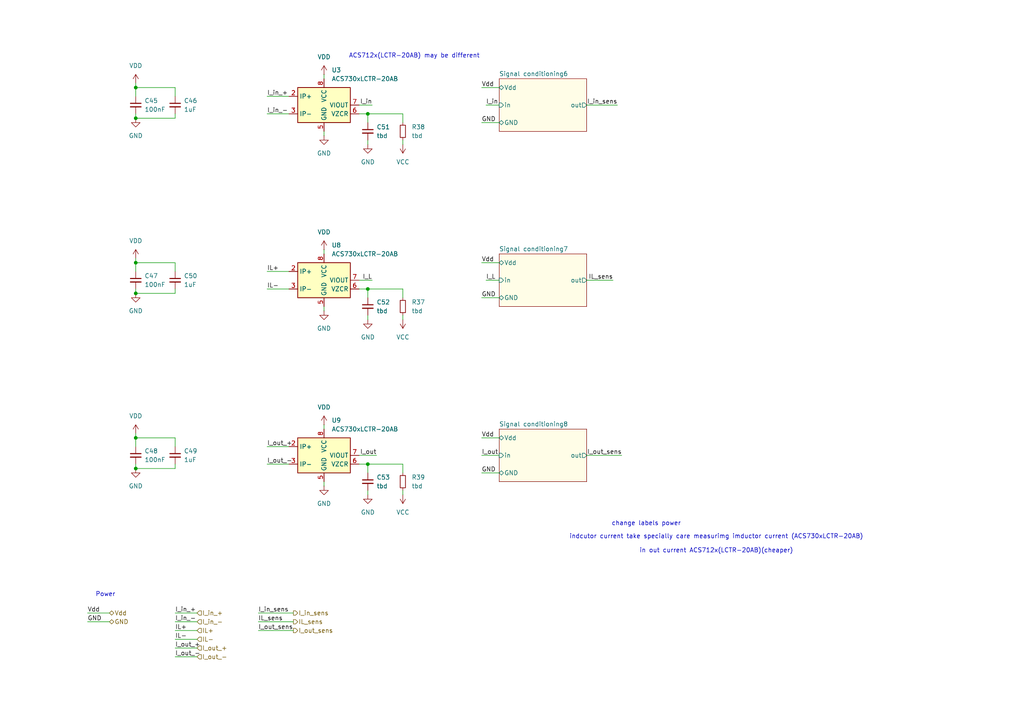
<source format=kicad_sch>
(kicad_sch (version 20231120) (generator "eeschema") (generator_version "8.0")
  (paper "A4")
  (lib_symbols
    (symbol "Device:C_Small" (pin_numbers hide) (pin_names (offset 0.254) hide)
      (property "Reference" "C" (at 0.254 1.778 0))
      (property "Value" "C_Small" (at 0.254 -2.032 0))
      (symbol "C_Small_0_1"
        (polyline (pts (xy -1.524 -0.508) (xy 1.524 -0.508)) (stroke (width 0.3302)))
        (polyline (pts (xy -1.524 0.508) (xy 1.524 0.508)) (stroke (width 0.3048)))
      )
      (symbol "C_Small_1_1"
        (pin passive line (at 0 2.54 270) (length 2.032) (name "~") (number "1"))
        (pin passive line (at 0 -2.54 90) (length 2.032) (name "~") (number "2"))
      )
    )
    (symbol "Device:R_Small" (pin_numbers hide) (pin_names (offset 0.254) hide)
      (property "Reference" "R" (at 0.762 0.508 0))
      (property "Value" "R_Small" (at 0.762 -1.016 0))
      (symbol "R_Small_0_1"
        (rectangle (start -0.762 1.778) (end 0.762 -1.778) (stroke (width 0.2032)))
      )
      (symbol "R_Small_1_1"
        (pin passive line (at 0 2.54 270) (length 0.762) (name "~") (number "1"))
        (pin passive line (at 0 -2.54 90) (length 0.762) (name "~") (number "2"))
      )
    )
    (symbol "Sensor_Current:ACS730xLCTR-20AB"
      (property "Reference" "U" (at -7.62 6.35 0))
      (property "Value" "ACS730xLCTR-20AB" (at 1.27 6.35 0))
      (symbol "ACS730xLCTR-20AB_0_1"
        (rectangle (start -7.62 5.08) (end 7.62 -5.08) (stroke (width 0.254)) (fill (type background)))
      )
      (symbol "ACS730xLCTR-20AB_1_1"
        (pin passive line (at -10.16 2.54 0) (length 2.54) hide (name "IP+") (number "1"))
        (pin passive line (at -10.16 2.54 0) (length 2.54) (name "IP+") (number "2"))
        (pin passive line (at -10.16 -2.54 0) (length 2.54) (name "IP-") (number "3"))
        (pin passive line (at -10.16 -2.54 0) (length 2.54) hide (name "IP-") (number "4"))
        (pin power_in line (at 0 -7.62 90) (length 2.54) (name "GND") (number "5"))
        (pin passive line (at 10.16 -2.54 180) (length 2.54) (name "VZCR") (number "6"))
        (pin output line (at 10.16 0 180) (length 2.54) (name "VIOUT") (number "7"))
        (pin power_in line (at 0 7.62 270) (length 2.54) (name "VCC") (number "8"))
      )
    )
    (symbol "power:GND" (power) (pin_numbers hide) (pin_names (offset 0) hide)
      (property "Value" "GND" (at 0 -3.81 0))
      (symbol "GND_0_1"
        (polyline (pts (xy 0 0) (xy 0 -1.27) (xy 1.27 -1.27) (xy 0 -2.54) (xy -1.27 -1.27) (xy 0 -1.27)))
      )
      (symbol "GND_1_1"
        (pin power_in line (at 0 0 270) (length 0) (name "~") (number "1"))
      )
    )
    (symbol "power:VCC" (power) (pin_numbers hide) (pin_names (offset 0) hide)
      (property "Value" "VCC" (at 0 3.556 0))
      (symbol "VCC_0_1"
        (polyline (pts (xy -0.762 1.27) (xy 0 2.54)))
        (polyline (pts (xy 0 0) (xy 0 2.54)))
        (polyline (pts (xy 0 2.54) (xy 0.762 1.27)))
      )
      (symbol "VCC_1_1"
        (pin power_in line (at 0 0 90) (length 0) (name "~") (number "1"))
      )
    )
    (symbol "power:VDD" (power) (pin_numbers hide) (pin_names (offset 0) hide)
      (property "Value" "VDD" (at 0 3.556 0))
      (symbol "VDD_0_1"
        (polyline (pts (xy -0.762 1.27) (xy 0 2.54)))
        (polyline (pts (xy 0 0) (xy 0 2.54)))
        (polyline (pts (xy 0 2.54) (xy 0.762 1.27)))
      )
      (symbol "VDD_1_1"
        (pin power_in line (at 0 0 90) (length 0) (name "~") (number "1"))
      )
    )
  )
  (junction (at 39.37 127))
  (junction (at 106.68 83.82))
  (junction (at 39.37 25.4))
  (junction (at 39.37 135.89))
  (junction (at 39.37 85.09))
  (junction (at 39.37 34.29))
  (junction (at 106.68 134.62))
  (junction (at 106.68 33.02))
  (junction (at 39.37 76.2))
  (wire (pts (xy 116.84 134.62) (xy 106.68 134.62)))
  (wire (pts (xy 116.84 83.82) (xy 106.68 83.82)))
  (wire (pts (xy 77.47 78.74) (xy 83.82 78.74)))
  (wire (pts (xy 77.47 33.02) (xy 83.82 33.02)))
  (wire (pts (xy 31.75 180.34) (xy 25.4 180.34)))
  (wire (pts (xy 39.37 25.4) (xy 50.8 25.4)))
  (wire (pts (xy 107.95 30.48) (xy 104.14 30.48)))
  (wire (pts (xy 116.84 142.24) (xy 116.84 143.51)))
  (wire (pts (xy 39.37 76.2) (xy 50.8 76.2)))
  (wire (pts (xy 77.47 134.62) (xy 83.82 134.62)))
  (wire (pts (xy 77.47 129.54) (xy 83.82 129.54)))
  (wire (pts (xy 144.78 127) (xy 139.7 127)))
  (wire (pts (xy 57.15 185.42) (xy 50.8 185.42)))
  (wire (pts (xy 57.15 177.8) (xy 50.8 177.8)))
  (wire (pts (xy 31.75 177.8) (xy 25.4 177.8)))
  (wire (pts (xy 107.95 81.28) (xy 104.14 81.28)))
  (wire (pts (xy 39.37 83.82) (xy 39.37 85.09)))
  (wire (pts (xy 39.37 125.73) (xy 39.37 127)))
  (wire (pts (xy 85.09 177.8) (xy 74.93 177.8)))
  (wire (pts (xy 50.8 135.89) (xy 50.8 134.62)))
  (wire (pts (xy 93.98 72.39) (xy 93.98 73.66)))
  (wire (pts (xy 116.84 91.44) (xy 116.84 92.71)))
  (wire (pts (xy 39.37 134.62) (xy 39.37 135.89)))
  (wire (pts (xy 50.8 127) (xy 50.8 129.54)))
  (wire (pts (xy 93.98 139.7) (xy 93.98 140.97)))
  (wire (pts (xy 39.37 74.93) (xy 39.37 76.2)))
  (wire (pts (xy 140.97 30.48) (xy 144.78 30.48)))
  (wire (pts (xy 74.93 180.34) (xy 85.09 180.34)))
  (wire (pts (xy 39.37 135.89) (xy 50.8 135.89)))
  (wire (pts (xy 93.98 38.1) (xy 93.98 39.37)))
  (wire (pts (xy 116.84 35.56) (xy 116.84 33.02)))
  (wire (pts (xy 50.8 187.96) (xy 57.15 187.96)))
  (wire (pts (xy 39.37 127) (xy 39.37 129.54)))
  (wire (pts (xy 116.84 137.16) (xy 116.84 134.62)))
  (wire (pts (xy 39.37 85.09) (xy 50.8 85.09)))
  (wire (pts (xy 93.98 21.59) (xy 93.98 22.86)))
  (wire (pts (xy 39.37 34.29) (xy 50.8 34.29)))
  (wire (pts (xy 50.8 76.2) (xy 50.8 78.74)))
  (wire (pts (xy 116.84 33.02) (xy 106.68 33.02)))
  (wire (pts (xy 50.8 25.4) (xy 50.8 27.94)))
  (wire (pts (xy 57.15 180.34) (xy 50.8 180.34)))
  (wire (pts (xy 144.78 76.2) (xy 139.7 76.2)))
  (wire (pts (xy 170.18 30.48) (xy 179.07 30.48)))
  (wire (pts (xy 39.37 33.02) (xy 39.37 34.29)))
  (wire (pts (xy 106.68 86.36) (xy 106.68 83.82)))
  (wire (pts (xy 170.18 81.28) (xy 177.8 81.28)))
  (wire (pts (xy 106.68 35.56) (xy 106.68 33.02)))
  (wire (pts (xy 39.37 24.13) (xy 39.37 25.4)))
  (wire (pts (xy 50.8 34.29) (xy 50.8 33.02)))
  (wire (pts (xy 144.78 86.36) (xy 139.7 86.36)))
  (wire (pts (xy 77.47 27.94) (xy 83.82 27.94)))
  (wire (pts (xy 39.37 27.94) (xy 39.37 25.4)))
  (wire (pts (xy 39.37 127) (xy 50.8 127)))
  (wire (pts (xy 106.68 91.44) (xy 106.68 92.71)))
  (wire (pts (xy 39.37 76.2) (xy 39.37 78.74)))
  (wire (pts (xy 77.47 83.82) (xy 83.82 83.82)))
  (wire (pts (xy 144.78 137.16) (xy 139.7 137.16)))
  (wire (pts (xy 106.68 142.24) (xy 106.68 143.51)))
  (wire (pts (xy 106.68 33.02) (xy 104.14 33.02)))
  (wire (pts (xy 50.8 85.09) (xy 50.8 83.82)))
  (wire (pts (xy 93.98 88.9) (xy 93.98 90.17)))
  (wire (pts (xy 106.68 40.64) (xy 106.68 41.91)))
  (wire (pts (xy 106.68 137.16) (xy 106.68 134.62)))
  (wire (pts (xy 140.97 81.28) (xy 144.78 81.28)))
  (wire (pts (xy 170.18 132.08) (xy 180.34 132.08)))
  (wire (pts (xy 116.84 40.64) (xy 116.84 41.91)))
  (wire (pts (xy 116.84 86.36) (xy 116.84 83.82)))
  (wire (pts (xy 93.98 123.19) (xy 93.98 124.46)))
  (wire (pts (xy 106.68 83.82) (xy 104.14 83.82)))
  (wire (pts (xy 57.15 182.88) (xy 50.8 182.88)))
  (wire (pts (xy 50.8 190.5) (xy 57.15 190.5)))
  (wire (pts (xy 144.78 35.56) (xy 139.7 35.56)))
  (wire (pts (xy 74.93 182.88) (xy 85.09 182.88)))
  (wire (pts (xy 106.68 134.62) (xy 104.14 134.62)))
  (wire (pts (xy 109.22 132.08) (xy 104.14 132.08)))
  (wire (pts (xy 144.78 25.4) (xy 139.7 25.4)))
  (wire (pts (xy 139.7 132.08) (xy 144.78 132.08)))
  (text "Power" (at 27.686 172.466 0) (effects (font (size 1.27 1.27)) (justify left)))
  (text "change labels power" (at 187.452 151.892 0) (effects (font (size 1.27 1.27))))
  (text "ACS712x(LCTR-20AB) may be different " (at 120.65 16.256 0) (effects (font (size 1.27 1.27))))
  (text "indcutor current take specially care measurimg imductor current (ACS730xLCTR-20AB)\n\nin out current ACS712x(LCTR-20AB)(cheaper)\n" (at 207.772 157.734 0) (effects (font (size 1.27 1.27))))
  (label "I_in_sens" (at 74.93 177.8 0))
  (label "I_in_-" (at 50.8 180.34 0))
  (label "Vdd" (at 139.7 25.4 0))
  (label "I_in" (at 107.95 30.48 180))
  (label "I_in_sens" (at 179.07 30.48 180))
  (label "I_out_sens" (at 74.93 182.88 0))
  (label "I_out_+" (at 77.47 129.54 0))
  (label "GND" (at 139.7 86.36 0))
  (label "I_out_-" (at 77.47 134.62 0))
  (label "I_out" (at 109.22 132.08 180))
  (label "I_out_+" (at 50.8 187.96 0))
  (label "IL+" (at 77.47 78.74 0))
  (label "GND" (at 139.7 35.56 0))
  (label "I_out_sens" (at 180.34 132.08 180))
  (label "I_L" (at 107.95 81.28 180))
  (label "GND" (at 25.4 180.34 0))
  (label "I_in" (at 140.97 30.48 0))
  (label "IL-" (at 77.47 83.82 0))
  (label "IL_sens" (at 177.8 81.28 180))
  (label "I_out" (at 139.7 132.08 0))
  (label "Vdd" (at 25.4 177.8 0))
  (label "IL-" (at 50.8 185.42 0))
  (label "Vdd" (at 139.7 76.2 0))
  (label "I_out_-" (at 50.8 190.5 0))
  (label "IL_sens" (at 74.93 180.34 0))
  (label "IL+" (at 50.8 182.88 0))
  (label "GND" (at 139.7 137.16 0))
  (label "I_L" (at 140.97 81.28 0))
  (label "I_in_+" (at 50.8 177.8 0))
  (label "I_in_+" (at 77.47 27.94 0))
  (label "I_in_-" (at 77.47 33.02 0))
  (label "Vdd" (at 139.7 127 0))
  (hierarchical_label "I_out_-" (shape input) (at 57.15 190.5 0))
  (hierarchical_label "GND" (shape bidirectional) (at 31.75 180.34 0))
  (hierarchical_label "Vdd" (shape bidirectional) (at 31.75 177.8 0))
  (hierarchical_label "I_in_+" (shape input) (at 57.15 177.8 0))
  (hierarchical_label "IL-" (shape input) (at 57.15 185.42 0))
  (hierarchical_label "I_in_sens" (shape output) (at 85.09 177.8 0))
  (hierarchical_label "IL+" (shape input) (at 57.15 182.88 0))
  (hierarchical_label "I_in_-" (shape input) (at 57.15 180.34 0))
  (hierarchical_label "I_out_+" (shape input) (at 57.15 187.96 0))
  (hierarchical_label "IL_sens" (shape output) (at 85.09 180.34 0))
  (hierarchical_label "I_out_sens" (shape output) (at 85.09 182.88 0))
  (symbol (lib_id "power:GND") (at 93.98 140.97 0) (unit 1)
    (property "Reference" "#PWR018" (effects (hide yes)))
    (property "Value" "GND" (at 93.98 146.05 0))
    (property "Description" "Power symbol creates a global label with name \"GND\" , ground" (effects (hide yes)))
  )
  (symbol (lib_id "Device:R_Small") (at 116.84 139.7 0) (unit 1)
    (property "Reference" "R39" (at 119.38 138.4299 0) (effects (justify left)))
    (property "Value" "tbd" (at 119.38 140.9699 0) (effects (justify left)))
    (property "Footprint" "Resistor_SMD:R_0805_2012Metric_Pad1.20x1.40mm_HandSolder" (effects (hide yes)))
    (property "Description" "Resistor, small symbol" (effects (hide yes)))
  )
  (symbol (lib_id "power:VCC") (at 116.84 92.71 180) (unit 1)
    (property "Reference" "#PWR024" (effects (hide yes)))
    (property "Value" "VCC" (at 116.84 97.79 0))
    (property "Description" "Power symbol creates a global label with name \"VCC\"" (effects (hide yes)))
  )
  (symbol (lib_id "Device:C_Small") (at 50.8 132.08 0) (unit 1)
    (property "Reference" "C49" (at 53.34 130.8162 0) (effects (justify left)))
    (property "Value" "1uF" (at 53.34 133.3562 0) (effects (justify left)))
    (property "Footprint" "Capacitor_SMD:C_0805_2012Metric_Pad1.18x1.45mm_HandSolder" (effects (hide yes)))
    (property "Description" "Unpolarized capacitor, small symbol" (effects (hide yes)))
  )
  (symbol (lib_id "Sensor_Current:ACS730xLCTR-20AB") (at 93.98 30.48 0) (unit 1)
    (property "Reference" "U3" (at 96.1741 20.32 0) (effects (justify left)))
    (property "Value" "ACS730xLCTR-20AB" (at 96.1741 22.86 0) (effects (justify left)))
    (property "Footprint" "Package_SO:SOIC-8_3.9x4.9mm_P1.27mm" (effects (hide yes)))
    (property "Datasheet" "http://www.allegromicro.com/~/media/Files/Datasheets/ACS730-Datasheet.ashx?la=en" (effects (hide yes)))
    (property "Description" "±20A Bidirectional Hall-Effect Current Sensor, +5.0V supply, 100mV/A, SOIC-8" (effects (hide yes)))
  )
  (symbol (lib_id "power:GND") (at 39.37 85.09 0) (unit 1)
    (property "Reference" "#PWR012" (effects (hide yes)))
    (property "Value" "GND" (at 39.37 90.17 0))
    (property "Description" "Power symbol creates a global label with name \"GND\" , ground" (effects (hide yes)))
  )
  (symbol (lib_id "Device:C_Small") (at 39.37 81.28 0) (unit 1)
    (property "Reference" "C47" (at 41.91 80.0162 0) (effects (justify left)))
    (property "Value" "100nF" (at 41.91 82.5562 0) (effects (justify left)))
    (property "Footprint" "Capacitor_SMD:C_0805_2012Metric_Pad1.18x1.45mm_HandSolder" (effects (hide yes)))
    (property "Description" "Unpolarized capacitor, small symbol" (effects (hide yes)))
  )
  (symbol (lib_id "Device:C_Small") (at 50.8 30.48 0) (unit 1)
    (property "Reference" "C46" (at 53.34 29.2162 0) (effects (justify left)))
    (property "Value" "1uF" (at 53.34 31.7562 0) (effects (justify left)))
    (property "Footprint" "Capacitor_SMD:C_0805_2012Metric_Pad1.18x1.45mm_HandSolder" (effects (hide yes)))
    (property "Description" "Unpolarized capacitor, small symbol" (effects (hide yes)))
  )
  (symbol (lib_id "Device:C_Small") (at 106.68 38.1 0) (unit 1)
    (property "Reference" "C51" (at 109.22 36.8362 0) (effects (justify left)))
    (property "Value" "tbd" (at 109.22 39.3762 0) (effects (justify left)))
    (property "Footprint" "Capacitor_SMD:C_0805_2012Metric_Pad1.18x1.45mm_HandSolder" (effects (hide yes)))
    (property "Description" "Unpolarized capacitor, small symbol" (effects (hide yes)))
  )
  (symbol (lib_id "power:VDD") (at 93.98 72.39 0) (unit 1)
    (property "Reference" "#PWR013" (effects (hide yes)))
    (property "Value" "VDD" (at 93.98 67.31 0))
    (property "Description" "Power symbol creates a global label with name \"VDD\"" (effects (hide yes)))
  )
  (symbol (lib_id "Device:C_Small") (at 50.8 81.28 0) (unit 1)
    (property "Reference" "C50" (at 53.34 80.0162 0) (effects (justify left)))
    (property "Value" "1uF" (at 53.34 82.5562 0) (effects (justify left)))
    (property "Footprint" "Capacitor_SMD:C_0805_2012Metric_Pad1.18x1.45mm_HandSolder" (effects (hide yes)))
    (property "Description" "Unpolarized capacitor, small symbol" (effects (hide yes)))
  )
  (symbol (lib_id "power:VDD") (at 39.37 74.93 0) (unit 1)
    (property "Reference" "#PWR?" (effects (hide yes)))
    (property "Value" "VDD" (at 39.37 69.85 0))
    (property "Description" "Power symbol creates a global label with name \"VDD\"" (effects (hide yes)))
  )
  (symbol (lib_id "power:VDD") (at 39.37 24.13 0) (unit 1)
    (property "Reference" "#PWR010" (effects (hide yes)))
    (property "Value" "VDD" (at 39.37 19.05 0))
    (property "Description" "Power symbol creates a global label with name \"VDD\"" (effects (hide yes)))
  )
  (symbol (lib_id "Sensor_Current:ACS730xLCTR-20AB") (at 93.98 132.08 0) (unit 1)
    (property "Reference" "U9" (at 96.1741 121.92 0) (effects (justify left)))
    (property "Value" "ACS730xLCTR-20AB" (at 96.1741 124.46 0) (effects (justify left)))
    (property "Footprint" "Package_SO:SOIC-8_3.9x4.9mm_P1.27mm" (effects (hide yes)))
    (property "Datasheet" "http://www.allegromicro.com/~/media/Files/Datasheets/ACS730-Datasheet.ashx?la=en" (effects (hide yes)))
    (property "Description" "±20A Bidirectional Hall-Effect Current Sensor, +5.0V supply, 100mV/A, SOIC-8" (effects (hide yes)))
  )
  (symbol (lib_id "power:GND") (at 93.98 39.37 0) (unit 1)
    (property "Reference" "#PWR020" (effects (hide yes)))
    (property "Value" "GND" (at 93.98 44.45 0))
    (property "Description" "Power symbol creates a global label with name \"GND\" , ground" (effects (hide yes)))
  )
  (symbol (lib_id "power:GND") (at 39.37 135.89 0) (unit 1)
    (property "Reference" "#PWR014" (effects (hide yes)))
    (property "Value" "GND" (at 39.37 140.97 0))
    (property "Description" "Power symbol creates a global label with name \"GND\" , ground" (effects (hide yes)))
  )
  (symbol (lib_id "power:GND") (at 39.37 34.29 0) (unit 1)
    (property "Reference" "#PWR09" (effects (hide yes)))
    (property "Value" "GND" (at 39.37 39.37 0))
    (property "Description" "Power symbol creates a global label with name \"GND\" , ground" (effects (hide yes)))
  )
  (symbol (lib_id "power:VDD") (at 93.98 123.19 0) (unit 1)
    (property "Reference" "#PWR015" (effects (hide yes)))
    (property "Value" "VDD" (at 93.98 118.11 0))
    (property "Description" "Power symbol creates a global label with name \"VDD\"" (effects (hide yes)))
  )
  (symbol (lib_id "power:GND") (at 93.98 90.17 0) (unit 1)
    (property "Reference" "#PWR019" (effects (hide yes)))
    (property "Value" "GND" (at 93.98 95.25 0))
    (property "Description" "Power symbol creates a global label with name \"GND\" , ground" (effects (hide yes)))
  )
  (symbol (lib_id "power:GND") (at 106.68 41.91 0) (unit 1)
    (property "Reference" "#PWR021" (effects (hide yes)))
    (property "Value" "GND" (at 106.68 46.99 0))
    (property "Description" "Power symbol creates a global label with name \"GND\" , ground" (effects (hide yes)))
  )
  (symbol (lib_id "Device:C_Small") (at 39.37 132.08 0) (unit 1)
    (property "Reference" "C48" (at 41.91 130.8162 0) (effects (justify left)))
    (property "Value" "100nF" (at 41.91 133.3562 0) (effects (justify left)))
    (property "Footprint" "Capacitor_SMD:C_0805_2012Metric_Pad1.18x1.45mm_HandSolder" (effects (hide yes)))
    (property "Description" "Unpolarized capacitor, small symbol" (effects (hide yes)))
  )
  (symbol (lib_id "Device:C_Small") (at 106.68 139.7 0) (unit 1)
    (property "Reference" "C53" (at 109.22 138.4362 0) (effects (justify left)))
    (property "Value" "tbd" (at 109.22 140.9762 0) (effects (justify left)))
    (property "Footprint" "Capacitor_SMD:C_0805_2012Metric_Pad1.18x1.45mm_HandSolder" (effects (hide yes)))
    (property "Description" "Unpolarized capacitor, small symbol" (effects (hide yes)))
  )
  (symbol (lib_id "power:VDD") (at 93.98 21.59 0) (unit 1)
    (property "Reference" "#PWR011" (effects (hide yes)))
    (property "Value" "VDD" (at 93.98 16.51 0))
    (property "Description" "Power symbol creates a global label with name \"VDD\"" (effects (hide yes)))
  )
  (symbol (lib_id "Device:C_Small") (at 39.37 30.48 0) (unit 1)
    (property "Reference" "C45" (at 41.91 29.2162 0) (effects (justify left)))
    (property "Value" "100nF" (at 41.91 31.7562 0) (effects (justify left)))
    (property "Footprint" "Capacitor_SMD:C_0805_2012Metric_Pad1.18x1.45mm_HandSolder" (effects (hide yes)))
    (property "Description" "Unpolarized capacitor, small symbol" (effects (hide yes)))
  )
  (symbol (lib_id "power:GND") (at 106.68 143.51 0) (unit 1)
    (property "Reference" "#PWR025" (effects (hide yes)))
    (property "Value" "GND" (at 106.68 148.59 0))
    (property "Description" "Power symbol creates a global label with name \"GND\" , ground" (effects (hide yes)))
  )
  (symbol (lib_id "Device:R_Small") (at 116.84 88.9 0) (unit 1)
    (property "Reference" "R37" (at 119.38 87.6299 0) (effects (justify left)))
    (property "Value" "tbd" (at 119.38 90.1699 0) (effects (justify left)))
    (property "Footprint" "Resistor_SMD:R_0805_2012Metric_Pad1.20x1.40mm_HandSolder" (effects (hide yes)))
    (property "Description" "Resistor, small symbol" (effects (hide yes)))
  )
  (symbol (lib_id "power:VCC") (at 116.84 41.91 180) (unit 1)
    (property "Reference" "#PWR022" (effects (hide yes)))
    (property "Value" "VCC" (at 116.84 46.99 0))
    (property "Description" "Power symbol creates a global label with name \"VCC\"" (effects (hide yes)))
  )
  (symbol (lib_id "power:VCC") (at 116.84 143.51 180) (unit 1)
    (property "Reference" "#PWR026" (effects (hide yes)))
    (property "Value" "VCC" (at 116.84 148.59 0))
    (property "Description" "Power symbol creates a global label with name \"VCC\"" (effects (hide yes)))
  )
  (symbol (lib_id "power:GND") (at 106.68 92.71 0) (unit 1)
    (property "Reference" "#PWR023" (effects (hide yes)))
    (property "Value" "GND" (at 106.68 97.79 0))
    (property "Description" "Power symbol creates a global label with name \"GND\" , ground" (effects (hide yes)))
  )
  (symbol (lib_id "Device:C_Small") (at 106.68 88.9 0) (unit 1)
    (property "Reference" "C52" (at 109.22 87.6362 0) (effects (justify left)))
    (property "Value" "tbd" (at 109.22 90.1762 0) (effects (justify left)))
    (property "Footprint" "Capacitor_SMD:C_0805_2012Metric_Pad1.18x1.45mm_HandSolder" (effects (hide yes)))
    (property "Description" "Unpolarized capacitor, small symbol" (effects (hide yes)))
  )
  (symbol (lib_id "Sensor_Current:ACS730xLCTR-20AB") (at 93.98 81.28 0) (unit 1)
    (property "Reference" "U8" (at 96.1741 71.12 0) (effects (justify left)))
    (property "Value" "ACS730xLCTR-20AB" (at 96.1741 73.66 0) (effects (justify left)))
    (property "Footprint" "Package_SO:SOIC-8_3.9x4.9mm_P1.27mm" (effects (hide yes)))
    (property "Datasheet" "http://www.allegromicro.com/~/media/Files/Datasheets/ACS730-Datasheet.ashx?la=en" (effects (hide yes)))
    (property "Description" "±20A Bidirectional Hall-Effect Current Sensor, +5.0V supply, 100mV/A, SOIC-8" (effects (hide yes)))
  )
  (symbol (lib_id "power:VDD") (at 39.37 125.73 0) (unit 1)
    (property "Reference" "#PWR?" (effects (hide yes)))
    (property "Value" "VDD" (at 39.37 120.65 0))
    (property "Description" "Power symbol creates a global label with name \"VDD\"" (effects (hide yes)))
  )
  (symbol (lib_id "Device:R_Small") (at 116.84 38.1 0) (unit 1)
    (property "Reference" "R38" (at 119.38 36.8299 0) (effects (justify left)))
    (property "Value" "tbd" (at 119.38 39.3699 0) (effects (justify left)))
    (property "Footprint" "Resistor_SMD:R_0805_2012Metric_Pad1.20x1.40mm_HandSolder" (effects (hide yes)))
    (property "Description" "Resistor, small symbol" (effects (hide yes)))
  )
  (sheet (at 144.78 22.86) (size 25.4 15.24) (stroke (width 0.1524)) (fill (color 255 253 231 1.0000))
    (property "Sheetname" "Signal conditioning6" (at 144.78 22.1484 0) (effects (justify left bottom)))
    (property "Sheetfile" "Signal conditioning10.kicad_sch" (effects (hide yes)))
    (pin "GND" bidirectional (at 144.78 35.56 180))
    (pin "Vdd" bidirectional (at 144.78 25.4 180))
    (pin "in" input (at 144.78 30.48 180))
    (pin "out" output (at 170.18 30.48 0))
  )
  (sheet (at 144.78 73.66) (size 25.4 15.24) (stroke (width 0.1524)) (fill (color 255 253 231 1.0000))
    (property "Sheetname" "Signal conditioning7" (at 144.78 72.9484 0) (effects (justify left bottom)))
    (property "Sheetfile" "Signal conditioning10.kicad_sch" (effects (hide yes)))
    (pin "GND" bidirectional (at 144.78 86.36 180))
    (pin "Vdd" bidirectional (at 144.78 76.2 180))
    (pin "in" input (at 144.78 81.28 180))
    (pin "out" output (at 170.18 81.28 0))
  )
  (sheet (at 144.78 124.46) (size 25.4 15.24) (stroke (width 0.1524)) (fill (color 255 253 231 1.0000))
    (property "Sheetname" "Signal conditioning8" (at 144.78 123.7484 0) (effects (justify left bottom)))
    (property "Sheetfile" "Signal conditioning10.kicad_sch" (effects (hide yes)))
    (pin "GND" bidirectional (at 144.78 137.16 180))
    (pin "Vdd" bidirectional (at 144.78 127 180))
    (pin "in" input (at 144.78 132.08 180))
    (pin "out" output (at 170.18 132.08 0))
  )
)
</source>
